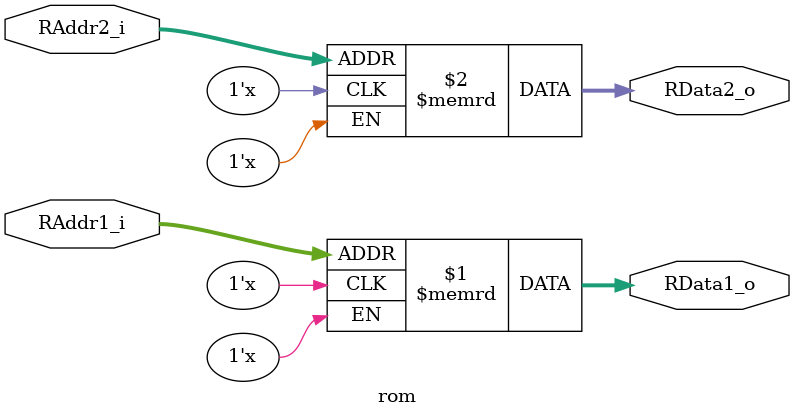
<source format=v>

module rom #(
parameter AW = 16,
parameter DW = 16,
parameter DN = 512
)(
//port1
input 	[AW-1:0]RAddr1_i,
output 	[DW-1:0]RData1_o,
//port2                 
input 	[AW-1:0]RAddr2_i,
output 	[DW-1:0]RData2_o
);

(* keep = "true" *)reg [DW-1:0]mem[DN-1:0];

//RData1_o
assign RData1_o = mem[RAddr1_i];

//RData1_o
assign RData2_o = mem[RAddr2_i];

endmodule 
</source>
